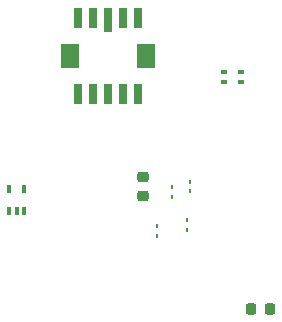
<source format=gbp>
%TF.GenerationSoftware,KiCad,Pcbnew,8.0.5*%
%TF.CreationDate,2024-11-03T15:39:06-06:00*%
%TF.ProjectId,DataAcq-EnvironmentBoard,44617461-4163-4712-9d45-6e7669726f6e,rev?*%
%TF.SameCoordinates,Original*%
%TF.FileFunction,Paste,Bot*%
%TF.FilePolarity,Positive*%
%FSLAX46Y46*%
G04 Gerber Fmt 4.6, Leading zero omitted, Abs format (unit mm)*
G04 Created by KiCad (PCBNEW 8.0.5) date 2024-11-03 15:39:06*
%MOMM*%
%LPD*%
G01*
G04 APERTURE LIST*
G04 Aperture macros list*
%AMRoundRect*
0 Rectangle with rounded corners*
0 $1 Rounding radius*
0 $2 $3 $4 $5 $6 $7 $8 $9 X,Y pos of 4 corners*
0 Add a 4 corners polygon primitive as box body*
4,1,4,$2,$3,$4,$5,$6,$7,$8,$9,$2,$3,0*
0 Add four circle primitives for the rounded corners*
1,1,$1+$1,$2,$3*
1,1,$1+$1,$4,$5*
1,1,$1+$1,$6,$7*
1,1,$1+$1,$8,$9*
0 Add four rect primitives between the rounded corners*
20,1,$1+$1,$2,$3,$4,$5,0*
20,1,$1+$1,$4,$5,$6,$7,0*
20,1,$1+$1,$6,$7,$8,$9,0*
20,1,$1+$1,$8,$9,$2,$3,0*%
G04 Aperture macros list end*
%ADD10RoundRect,0.062500X0.062500X-0.117500X0.062500X0.117500X-0.062500X0.117500X-0.062500X-0.117500X0*%
%ADD11RoundRect,0.100000X0.100000X-0.225000X0.100000X0.225000X-0.100000X0.225000X-0.100000X-0.225000X0*%
%ADD12R,0.800000X1.800000*%
%ADD13R,0.800000X2.100000*%
%ADD14R,1.550000X2.000000*%
%ADD15R,0.500000X0.300000*%
%ADD16RoundRect,0.218750X-0.256250X0.218750X-0.256250X-0.218750X0.256250X-0.218750X0.256250X0.218750X0*%
%ADD17RoundRect,0.218750X-0.218750X-0.256250X0.218750X-0.256250X0.218750X0.256250X-0.218750X0.256250X0*%
G04 APERTURE END LIST*
D10*
%TO.C,D3*%
X183750000Y-97080000D03*
X183750000Y-97920000D03*
%TD*%
D11*
%TO.C,U3*%
X170000000Y-96350000D03*
X169350000Y-96350000D03*
X168700000Y-96350000D03*
X168700000Y-94450000D03*
X170000000Y-94450000D03*
%TD*%
D12*
%TO.C,U2*%
X174520000Y-80000000D03*
X175790000Y-80000000D03*
D13*
X177060000Y-80150000D03*
D12*
X178330000Y-80000000D03*
X179600000Y-80000000D03*
X179600000Y-86400000D03*
X178330000Y-86400000D03*
X177060000Y-86400000D03*
X175790000Y-86400000D03*
X174520000Y-86400000D03*
D14*
X173835000Y-83200000D03*
X180285000Y-83200000D03*
%TD*%
D15*
%TO.C,U1*%
X186900000Y-84600000D03*
X186900000Y-85400000D03*
X188300000Y-85400000D03*
X188300000Y-84600000D03*
%TD*%
D10*
%TO.C,D4*%
X181250000Y-98420000D03*
X181250000Y-97580000D03*
%TD*%
%TO.C,D5*%
X182500000Y-94330000D03*
X182500000Y-95170000D03*
%TD*%
%TO.C,D6*%
X184000000Y-94670000D03*
X184000000Y-93830000D03*
%TD*%
D16*
%TO.C,F2*%
X180000000Y-93462500D03*
X180000000Y-95037500D03*
%TD*%
D17*
%TO.C,F1*%
X189212500Y-104600000D03*
X190787500Y-104600000D03*
%TD*%
M02*

</source>
